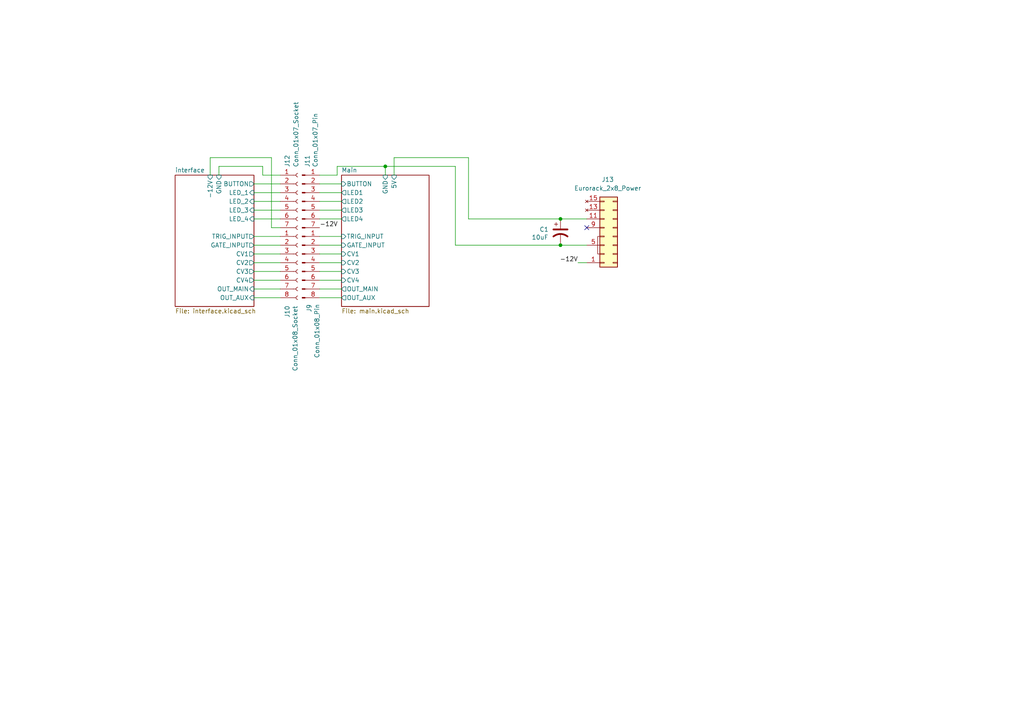
<source format=kicad_sch>
(kicad_sch (version 20231120) (generator "eeschema") (generator_version "8.0")
  (paper "A4")
  (title_block (title "Envelope") (date "2024-05-16") (rev "v2.0") (company "Free Modular"))
  (lib_symbols
    (symbol "Connector:Conn_01x07_Pin" (pin_names (offset 1.016) hide)
      (property "Reference" "J" (at 0 10.16 0))
      (property "Value" "Conn_01x07_Pin" (at 0 -10.16 0))
      (symbol "Conn_01x07_Pin_1_1"
        (polyline (pts (xy 1.27 -7.62) (xy 0.8636 -7.62)) (stroke (width 0.1524)))
        (polyline (pts (xy 1.27 -5.08) (xy 0.8636 -5.08)) (stroke (width 0.1524)))
        (polyline (pts (xy 1.27 -2.54) (xy 0.8636 -2.54)) (stroke (width 0.1524)))
        (polyline (pts (xy 1.27 0) (xy 0.8636 0)) (stroke (width 0.1524)))
        (polyline (pts (xy 1.27 2.54) (xy 0.8636 2.54)) (stroke (width 0.1524)))
        (polyline (pts (xy 1.27 5.08) (xy 0.8636 5.08)) (stroke (width 0.1524)))
        (polyline (pts (xy 1.27 7.62) (xy 0.8636 7.62)) (stroke (width 0.1524)))
        (rectangle (start 0.8636 -7.493) (end 0 -7.747) (stroke (width 0.1524)) (fill (type outline)))
        (rectangle (start 0.8636 -4.953) (end 0 -5.207) (stroke (width 0.1524)) (fill (type outline)))
        (rectangle (start 0.8636 -2.413) (end 0 -2.667) (stroke (width 0.1524)) (fill (type outline)))
        (rectangle (start 0.8636 0.127) (end 0 -0.127) (stroke (width 0.1524)) (fill (type outline)))
        (rectangle (start 0.8636 2.667) (end 0 2.413) (stroke (width 0.1524)) (fill (type outline)))
        (rectangle (start 0.8636 5.207) (end 0 4.953) (stroke (width 0.1524)) (fill (type outline)))
        (rectangle (start 0.8636 7.747) (end 0 7.493) (stroke (width 0.1524)) (fill (type outline)))
        (pin passive line (at 5.08 7.62 180) (length 3.81) (name "Pin_1") (number "1"))
        (pin passive line (at 5.08 5.08 180) (length 3.81) (name "Pin_2") (number "2"))
        (pin passive line (at 5.08 2.54 180) (length 3.81) (name "Pin_3") (number "3"))
        (pin passive line (at 5.08 0 180) (length 3.81) (name "Pin_4") (number "4"))
        (pin passive line (at 5.08 -2.54 180) (length 3.81) (name "Pin_5") (number "5"))
        (pin passive line (at 5.08 -5.08 180) (length 3.81) (name "Pin_6") (number "6"))
        (pin passive line (at 5.08 -7.62 180) (length 3.81) (name "Pin_7") (number "7"))
      )
    )
    (symbol "Connector:Conn_01x07_Socket" (pin_names (offset 1.016) hide)
      (property "Reference" "J" (at 0 10.16 0))
      (property "Value" "Conn_01x07_Socket" (at 0 -10.16 0))
      (symbol "Conn_01x07_Socket_1_1"
        (arc (start 0 -7.112) (mid -0.5058 -7.62) (end 0 -8.128) (stroke (width 0.1524)))
        (arc (start 0 -4.572) (mid -0.5058 -5.08) (end 0 -5.588) (stroke (width 0.1524)))
        (arc (start 0 -2.032) (mid -0.5058 -2.54) (end 0 -3.048) (stroke (width 0.1524)))
        (polyline (pts (xy -1.27 -7.62) (xy -0.508 -7.62)) (stroke (width 0.1524)))
        (polyline (pts (xy -1.27 -5.08) (xy -0.508 -5.08)) (stroke (width 0.1524)))
        (polyline (pts (xy -1.27 -2.54) (xy -0.508 -2.54)) (stroke (width 0.1524)))
        (polyline (pts (xy -1.27 0) (xy -0.508 0)) (stroke (width 0.1524)))
        (polyline (pts (xy -1.27 2.54) (xy -0.508 2.54)) (stroke (width 0.1524)))
        (polyline (pts (xy -1.27 5.08) (xy -0.508 5.08)) (stroke (width 0.1524)))
        (polyline (pts (xy -1.27 7.62) (xy -0.508 7.62)) (stroke (width 0.1524)))
        (arc (start 0 0.508) (mid -0.5058 0) (end 0 -0.508) (stroke (width 0.1524)))
        (arc (start 0 3.048) (mid -0.5058 2.54) (end 0 2.032) (stroke (width 0.1524)))
        (arc (start 0 5.588) (mid -0.5058 5.08) (end 0 4.572) (stroke (width 0.1524)))
        (arc (start 0 8.128) (mid -0.5058 7.62) (end 0 7.112) (stroke (width 0.1524)))
        (pin passive line (at -5.08 7.62 0) (length 3.81) (name "Pin_1") (number "1"))
        (pin passive line (at -5.08 5.08 0) (length 3.81) (name "Pin_2") (number "2"))
        (pin passive line (at -5.08 2.54 0) (length 3.81) (name "Pin_3") (number "3"))
        (pin passive line (at -5.08 0 0) (length 3.81) (name "Pin_4") (number "4"))
        (pin passive line (at -5.08 -2.54 0) (length 3.81) (name "Pin_5") (number "5"))
        (pin passive line (at -5.08 -5.08 0) (length 3.81) (name "Pin_6") (number "6"))
        (pin passive line (at -5.08 -7.62 0) (length 3.81) (name "Pin_7") (number "7"))
      )
    )
    (symbol "Connector:Conn_01x08_Pin" (pin_names (offset 1.016) hide)
      (property "Reference" "J" (at 0 10.16 0))
      (property "Value" "Conn_01x08_Pin" (at 0 -12.7 0))
      (symbol "Conn_01x08_Pin_1_1"
        (polyline (pts (xy 1.27 -10.16) (xy 0.8636 -10.16)) (stroke (width 0.1524)))
        (polyline (pts (xy 1.27 -7.62) (xy 0.8636 -7.62)) (stroke (width 0.1524)))
        (polyline (pts (xy 1.27 -5.08) (xy 0.8636 -5.08)) (stroke (width 0.1524)))
        (polyline (pts (xy 1.27 -2.54) (xy 0.8636 -2.54)) (stroke (width 0.1524)))
        (polyline (pts (xy 1.27 0) (xy 0.8636 0)) (stroke (width 0.1524)))
        (polyline (pts (xy 1.27 2.54) (xy 0.8636 2.54)) (stroke (width 0.1524)))
        (polyline (pts (xy 1.27 5.08) (xy 0.8636 5.08)) (stroke (width 0.1524)))
        (polyline (pts (xy 1.27 7.62) (xy 0.8636 7.62)) (stroke (width 0.1524)))
        (rectangle (start 0.8636 -10.033) (end 0 -10.287) (stroke (width 0.1524)) (fill (type outline)))
        (rectangle (start 0.8636 -7.493) (end 0 -7.747) (stroke (width 0.1524)) (fill (type outline)))
        (rectangle (start 0.8636 -4.953) (end 0 -5.207) (stroke (width 0.1524)) (fill (type outline)))
        (rectangle (start 0.8636 -2.413) (end 0 -2.667) (stroke (width 0.1524)) (fill (type outline)))
        (rectangle (start 0.8636 0.127) (end 0 -0.127) (stroke (width 0.1524)) (fill (type outline)))
        (rectangle (start 0.8636 2.667) (end 0 2.413) (stroke (width 0.1524)) (fill (type outline)))
        (rectangle (start 0.8636 5.207) (end 0 4.953) (stroke (width 0.1524)) (fill (type outline)))
        (rectangle (start 0.8636 7.747) (end 0 7.493) (stroke (width 0.1524)) (fill (type outline)))
        (pin passive line (at 5.08 7.62 180) (length 3.81) (name "Pin_1") (number "1"))
        (pin passive line (at 5.08 5.08 180) (length 3.81) (name "Pin_2") (number "2"))
        (pin passive line (at 5.08 2.54 180) (length 3.81) (name "Pin_3") (number "3"))
        (pin passive line (at 5.08 0 180) (length 3.81) (name "Pin_4") (number "4"))
        (pin passive line (at 5.08 -2.54 180) (length 3.81) (name "Pin_5") (number "5"))
        (pin passive line (at 5.08 -5.08 180) (length 3.81) (name "Pin_6") (number "6"))
        (pin passive line (at 5.08 -7.62 180) (length 3.81) (name "Pin_7") (number "7"))
        (pin passive line (at 5.08 -10.16 180) (length 3.81) (name "Pin_8") (number "8"))
      )
    )
    (symbol "Connector:Conn_01x08_Socket" (pin_names (offset 1.016) hide)
      (property "Reference" "J" (at 0 10.16 0))
      (property "Value" "Conn_01x08_Socket" (at 0 -12.7 0))
      (symbol "Conn_01x08_Socket_1_1"
        (arc (start 0 -9.652) (mid -0.5058 -10.16) (end 0 -10.668) (stroke (width 0.1524)))
        (arc (start 0 -7.112) (mid -0.5058 -7.62) (end 0 -8.128) (stroke (width 0.1524)))
        (arc (start 0 -4.572) (mid -0.5058 -5.08) (end 0 -5.588) (stroke (width 0.1524)))
        (arc (start 0 -2.032) (mid -0.5058 -2.54) (end 0 -3.048) (stroke (width 0.1524)))
        (polyline (pts (xy -1.27 -10.16) (xy -0.508 -10.16)) (stroke (width 0.1524)))
        (polyline (pts (xy -1.27 -7.62) (xy -0.508 -7.62)) (stroke (width 0.1524)))
        (polyline (pts (xy -1.27 -5.08) (xy -0.508 -5.08)) (stroke (width 0.1524)))
        (polyline (pts (xy -1.27 -2.54) (xy -0.508 -2.54)) (stroke (width 0.1524)))
        (polyline (pts (xy -1.27 0) (xy -0.508 0)) (stroke (width 0.1524)))
        (polyline (pts (xy -1.27 2.54) (xy -0.508 2.54)) (stroke (width 0.1524)))
        (polyline (pts (xy -1.27 5.08) (xy -0.508 5.08)) (stroke (width 0.1524)))
        (polyline (pts (xy -1.27 7.62) (xy -0.508 7.62)) (stroke (width 0.1524)))
        (arc (start 0 0.508) (mid -0.5058 0) (end 0 -0.508) (stroke (width 0.1524)))
        (arc (start 0 3.048) (mid -0.5058 2.54) (end 0 2.032) (stroke (width 0.1524)))
        (arc (start 0 5.588) (mid -0.5058 5.08) (end 0 4.572) (stroke (width 0.1524)))
        (arc (start 0 8.128) (mid -0.5058 7.62) (end 0 7.112) (stroke (width 0.1524)))
        (pin passive line (at -5.08 7.62 0) (length 3.81) (name "Pin_1") (number "1"))
        (pin passive line (at -5.08 5.08 0) (length 3.81) (name "Pin_2") (number "2"))
        (pin passive line (at -5.08 2.54 0) (length 3.81) (name "Pin_3") (number "3"))
        (pin passive line (at -5.08 0 0) (length 3.81) (name "Pin_4") (number "4"))
        (pin passive line (at -5.08 -2.54 0) (length 3.81) (name "Pin_5") (number "5"))
        (pin passive line (at -5.08 -5.08 0) (length 3.81) (name "Pin_6") (number "6"))
        (pin passive line (at -5.08 -7.62 0) (length 3.81) (name "Pin_7") (number "7"))
        (pin passive line (at -5.08 -10.16 0) (length 3.81) (name "Pin_8") (number "8"))
      )
    )
    (symbol "Device:C_Polarized_US" (pin_numbers hide) (pin_names (offset 0.254) hide)
      (property "Reference" "C" (at 0.635 2.54 0))
      (property "Value" "C_Polarized_US" (at 0.635 -2.54 0))
      (symbol "C_Polarized_US_0_1"
        (polyline (pts (xy -2.032 0.762) (xy 2.032 0.762)) (stroke (width 0.508)))
        (polyline (pts (xy -1.778 2.286) (xy -0.762 2.286)))
        (polyline (pts (xy -1.27 1.778) (xy -1.27 2.794)))
        (arc (start 2.032 -1.27) (mid 0 -0.5572) (end -2.032 -1.27) (stroke (width 0.508)))
      )
      (symbol "C_Polarized_US_1_1"
        (pin passive line (at 0 3.81 270) (length 2.794) (name "~") (number "1"))
        (pin passive line (at 0 -3.81 90) (length 3.302) (name "~") (number "2"))
      )
    )
    (symbol "FreeModular:Eurorack_2x8_Power" (pin_names (offset 1.016) hide)
      (property "Reference" "J1" (at 1.27 13.97 0))
      (property "Value" "Eurorack_2x8_Power" (at 1.905 11.43 0))
      (symbol "Eurorack_2x8_Power_0_1"
        (polyline (pts (xy -1.27 5.08) (xy -1.905 5.08) (xy -1.905 0) (xy -1.27 0)))
      )
      (symbol "Eurorack_2x8_Power_1_1"
        (rectangle (start -1.27 -10.033) (end 0 -10.287) (stroke (width 0.1524)))
        (rectangle (start -1.27 -7.493) (end 0 -7.747) (stroke (width 0.1524)))
        (rectangle (start -1.27 -4.953) (end 0 -5.207) (stroke (width 0.1524)))
        (rectangle (start -1.27 -2.413) (end 0 -2.667) (stroke (width 0.1524)))
        (rectangle (start -1.27 0.127) (end 0 -0.127) (stroke (width 0.1524)))
        (rectangle (start -1.27 2.667) (end 0 2.413) (stroke (width 0.1524)))
        (rectangle (start -1.27 5.207) (end 0 4.953) (stroke (width 0.1524)))
        (rectangle (start -1.27 7.747) (end 0 7.493) (stroke (width 0.1524)))
        (rectangle (start -1.27 8.89) (end 3.81 -11.43) (stroke (width 0.254)) (fill (type background)))
        (rectangle (start 3.81 -10.033) (end 2.54 -10.287) (stroke (width 0.1524)))
        (rectangle (start 3.81 -7.493) (end 2.54 -7.747) (stroke (width 0.1524)))
        (rectangle (start 3.81 -4.953) (end 2.54 -5.207) (stroke (width 0.1524)))
        (rectangle (start 3.81 -2.413) (end 2.54 -2.667) (stroke (width 0.1524)))
        (rectangle (start 3.81 0.127) (end 2.54 -0.127) (stroke (width 0.1524)))
        (rectangle (start 3.81 2.667) (end 2.54 2.413) (stroke (width 0.1524)))
        (rectangle (start 3.81 5.207) (end 2.54 4.953) (stroke (width 0.1524)))
        (rectangle (start 3.81 7.747) (end 2.54 7.493) (stroke (width 0.1524)))
        (pin power_out line (at -5.08 7.62 0) (length 3.81) (name "-12v") (number "1"))
        (pin passive line (at -5.08 -2.54 0) (length 3.81) hide (name "+12v") (number "10"))
        (pin passive line (at -5.08 -5.08 0) (length 3.81) (name "+5v") (number "11"))
        (pin passive line (at -5.08 -5.08 0) (length 3.81) hide (name "+5v") (number "12"))
        (pin no_connect line (at -5.08 -7.62 0) (length 3.81) (name "Pin_13") (number "13"))
        (pin no_connect line (at 7.62 -7.62 180) (length 3.81) hide (name "Pin_14") (number "14"))
        (pin no_connect line (at -5.08 -10.16 0) (length 3.81) (name "Pin_15") (number "15"))
        (pin no_connect line (at 7.62 -10.16 180) (length 3.81) hide (name "Pin_16") (number "16"))
        (pin passive line (at -5.08 7.62 0) (length 3.81) hide (name "-12v") (number "2"))
        (pin power_out line (at -5.08 2.54 0) (length 3.81) hide (name "GND") (number "3"))
        (pin passive line (at -5.08 2.54 0) (length 3.81) hide (name "GND") (number "4"))
        (pin power_out line (at -5.08 2.54 0) (length 3.81) (name "GND") (number "5"))
        (pin passive line (at -5.08 2.54 0) (length 3.81) hide (name "GND") (number "6"))
        (pin power_out line (at -5.08 2.54 0) (length 3.81) hide (name "GND") (number "7"))
        (pin passive line (at -5.08 2.54 0) (length 3.81) hide (name "GND") (number "8"))
        (pin power_out line (at -5.08 -2.54 0) (length 3.81) (name "+12v") (number "9"))
      )
    )
  )
  (junction (at 111.76 48.26))
  (junction (at 162.56 63.5))
  (junction (at 162.56 71.12))
  (no_connect (at 170.18 66.04))
  (wire (pts (xy 92.71 60.96) (xy 99.06 60.96)))
  (wire (pts (xy 92.71 76.2) (xy 99.06 76.2)))
  (wire (pts (xy 73.66 86.36) (xy 81.28 86.36)))
  (wire (pts (xy 111.76 48.26) (xy 111.76 50.8)))
  (wire (pts (xy 162.56 71.12) (xy 132.08 71.12)))
  (wire (pts (xy 97.79 48.26) (xy 111.76 48.26)))
  (wire (pts (xy 78.74 66.04) (xy 81.28 66.04)))
  (wire (pts (xy 63.5 48.26) (xy 63.5 50.8)))
  (wire (pts (xy 81.28 50.8) (xy 76.2 50.8)))
  (wire (pts (xy 92.71 68.58) (xy 99.06 68.58)))
  (wire (pts (xy 162.56 71.12) (xy 170.18 71.12)))
  (wire (pts (xy 73.66 83.82) (xy 81.28 83.82)))
  (wire (pts (xy 73.66 68.58) (xy 81.28 68.58)))
  (wire (pts (xy 114.3 50.8) (xy 114.3 45.72)))
  (wire (pts (xy 162.56 63.5) (xy 170.18 63.5)))
  (wire (pts (xy 114.3 45.72) (xy 135.89 45.72)))
  (wire (pts (xy 92.71 83.82) (xy 99.06 83.82)))
  (wire (pts (xy 92.71 86.36) (xy 99.06 86.36)))
  (wire (pts (xy 73.66 73.66) (xy 81.28 73.66)))
  (wire (pts (xy 73.66 76.2) (xy 81.28 76.2)))
  (wire (pts (xy 92.71 53.34) (xy 99.06 53.34)))
  (wire (pts (xy 132.08 71.12) (xy 132.08 48.26)))
  (wire (pts (xy 73.66 58.42) (xy 81.28 58.42)))
  (wire (pts (xy 92.71 63.5) (xy 99.06 63.5)))
  (wire (pts (xy 73.66 71.12) (xy 81.28 71.12)))
  (wire (pts (xy 92.71 71.12) (xy 99.06 71.12)))
  (wire (pts (xy 73.66 63.5) (xy 81.28 63.5)))
  (wire (pts (xy 92.71 78.74) (xy 99.06 78.74)))
  (wire (pts (xy 76.2 48.26) (xy 63.5 48.26)))
  (wire (pts (xy 135.89 45.72) (xy 135.89 63.5)))
  (wire (pts (xy 73.66 78.74) (xy 81.28 78.74)))
  (wire (pts (xy 73.66 53.34) (xy 81.28 53.34)))
  (wire (pts (xy 97.79 50.8) (xy 97.79 48.26)))
  (wire (pts (xy 73.66 55.88) (xy 81.28 55.88)))
  (wire (pts (xy 92.71 73.66) (xy 99.06 73.66)))
  (wire (pts (xy 78.74 45.72) (xy 78.74 66.04)))
  (wire (pts (xy 73.66 81.28) (xy 81.28 81.28)))
  (wire (pts (xy 60.96 50.8) (xy 60.96 45.72)))
  (wire (pts (xy 92.71 50.8) (xy 97.79 50.8)))
  (wire (pts (xy 92.71 81.28) (xy 99.06 81.28)))
  (wire (pts (xy 73.66 60.96) (xy 81.28 60.96)))
  (wire (pts (xy 167.64 76.2) (xy 170.18 76.2)))
  (wire (pts (xy 60.96 45.72) (xy 78.74 45.72)))
  (wire (pts (xy 135.89 63.5) (xy 162.56 63.5)))
  (wire (pts (xy 132.08 48.26) (xy 111.76 48.26)))
  (wire (pts (xy 76.2 50.8) (xy 76.2 48.26)))
  (wire (pts (xy 92.71 58.42) (xy 99.06 58.42)))
  (wire (pts (xy 92.71 55.88) (xy 99.06 55.88)))
  (label "-12V" (at 167.64 76.2 180))
  (label "-12V" (at 92.71 66.04 0))
  (symbol (lib_id "Connector:Conn_01x08_Socket") (at 86.36 76.2 0) (unit 1)
    (property "Reference" "J10" (at 83.312 92.202 90) (effects (justify left)))
    (property "Value" "Conn_01x08_Socket" (at 85.598 107.696 90) (effects (justify left)))
    (property "Footprint" "Connector_PinSocket_2.54mm:PinSocket_1x08_P2.54mm_Vertical" (effects (hide yes)))
    (property "Description" "Generic connector, single row, 01x08, script generated" (effects (hide yes)))
  )
  (symbol (lib_id "Connector:Conn_01x08_Pin") (at 87.63 76.2 0) (unit 1)
    (property "Reference" "J9" (at 89.662 89.408 90))
    (property "Value" "Conn_01x08_Pin" (at 91.948 96.012 90))
    (property "Footprint" "Connector_PinSocket_2.54mm:PinSocket_1x08_P2.54mm_Vertical" (effects (hide yes)))
    (property "Description" "Generic connector, single row, 01x08, script generated" (effects (hide yes)))
  )
  (symbol (lib_id "FreeModular:Eurorack_2x8_Power") (at 175.26 68.58 0) (mirror x) (unit 1)
    (property "Reference" "J13" (at 176.276 52.07 0))
    (property "Value" "Eurorack_2x8_Power" (at 176.276 54.61 0))
    (property "Footprint" "Connector_IDC:IDC-Header_2x08_P2.54mm_Vertical" (effects (hide yes)))
    (property "Description" "Generic connector, double row, 02x08, odd/even pin numbering scheme (row 1 odd numbers, row 2 even numbers), script generated (kicad-library-utils/schlib/autogen/connector/)" (effects (hide yes)))
  )
  (symbol (lib_id "Device:C_Polarized_US") (at 162.56 67.31 0) (unit 1)
    (property "Reference" "C1" (at 156.464 66.548 0) (effects (justify left)))
    (property "Value" "10uF" (at 154.178 68.834 0) (effects (justify left)))
    (property "Footprint" "Capacitor_THT:CP_Radial_D4.0mm_P1.50mm" (effects (hide yes)))
    (property "Description" "Polarized capacitor, US symbol" (effects (hide yes)))
  )
  (symbol (lib_id "Connector:Conn_01x07_Pin") (at 87.63 58.42 0) (unit 1)
    (property "Reference" "J11" (at 89.154 46.736 90))
    (property "Value" "Conn_01x07_Pin" (at 91.44 40.64 90))
    (property "Footprint" "Connector_PinSocket_2.54mm:PinSocket_1x07_P2.54mm_Vertical" (effects (hide yes)))
    (property "Description" "Generic connector, single row, 01x07, script generated" (effects (hide yes)))
  )
  (symbol (lib_id "Connector:Conn_01x07_Socket") (at 86.36 58.42 0) (unit 1)
    (property "Reference" "J12" (at 83.312 48.514 90) (effects (justify left)))
    (property "Value" "Conn_01x07_Socket" (at 85.852 48.514 90) (effects (justify left)))
    (property "Footprint" "Connector_PinSocket_2.54mm:PinSocket_1x07_P2.54mm_Vertical" (effects (hide yes)))
    (property "Description" "Generic connector, single row, 01x07, script generated" (effects (hide yes)))
  )
  (sheet (at 50.8 50.8) (size 22.86 38.1) (stroke (width 0.1524))
    (property "Sheetname" "interface" (at 50.8 50.0884 0) (effects (justify left bottom)))
    (property "Sheetfile" "interface.kicad_sch" (at 50.8 89.4846 0) (effects (justify left top)))
    (pin "CV4" output (at 73.66 81.28 0))
    (pin "CV2" output (at 73.66 76.2 0))
    (pin "CV1" output (at 73.66 73.66 0))
    (pin "LED_4" input (at 73.66 63.5 0))
    (pin "LED_2" input (at 73.66 58.42 0))
    (pin "LED_1" input (at 73.66 55.88 0))
    (pin "LED_3" input (at 73.66 60.96 0))
    (pin "OUT_MAIN" input (at 73.66 83.82 0))
    (pin "OUT_AUX" input (at 73.66 86.36 0))
    (pin "CV3" output (at 73.66 78.74 0))
    (pin "TRIG_INPUT" output (at 73.66 68.58 0))
    (pin "GATE_INPUT" output (at 73.66 71.12 0))
    (pin "BUTTON" output (at 73.66 53.34 0))
    (pin "GND" input (at 63.5 50.8 90))
    (pin "-12V" input (at 60.96 50.8 90))
  )
  (sheet (at 99.06 50.8) (size 25.4 38.1) (stroke (width 0.1524))
    (property "Sheetname" "Main" (at 99.06 50.0884 0) (effects (justify left bottom)))
    (property "Sheetfile" "main.kicad_sch" (at 99.06 89.4846 0) (effects (justify left top)))
    (pin "CV3" input (at 99.06 78.74 180))
    (pin "CV2" input (at 99.06 76.2 180))
    (pin "CV4" input (at 99.06 81.28 180))
    (pin "5V" input (at 114.3 50.8 90))
    (pin "GND" input (at 111.76 50.8 90))
    (pin "OUT_AUX" output (at 99.06 86.36 180))
    (pin "OUT_MAIN" output (at 99.06 83.82 180))
    (pin "TRIG_INPUT" input (at 99.06 68.58 180))
    (pin "GATE_INPUT" input (at 99.06 71.12 180))
    (pin "LED1" output (at 99.06 55.88 180))
    (pin "LED2" output (at 99.06 58.42 180))
    (pin "CV1" input (at 99.06 73.66 180))
    (pin "LED4" output (at 99.06 63.5 180))
    (pin "LED3" output (at 99.06 60.96 180))
    (pin "BUTTON" input (at 99.06 53.34 180))
  )
)
</source>
